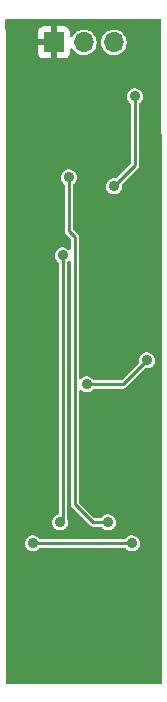
<source format=gbl>
G04 #@! TF.GenerationSoftware,KiCad,Pcbnew,6.0.11-2627ca5db0~126~ubuntu20.04.1*
G04 #@! TF.CreationDate,2023-03-12T13:39:05+01:00*
G04 #@! TF.ProjectId,analog-moist-sensor,616e616c-6f67-42d6-9d6f-6973742d7365,rev?*
G04 #@! TF.SameCoordinates,Original*
G04 #@! TF.FileFunction,Copper,L2,Bot*
G04 #@! TF.FilePolarity,Positive*
%FSLAX46Y46*%
G04 Gerber Fmt 4.6, Leading zero omitted, Abs format (unit mm)*
G04 Created by KiCad (PCBNEW 6.0.11-2627ca5db0~126~ubuntu20.04.1) date 2023-03-12 13:39:05*
%MOMM*%
%LPD*%
G01*
G04 APERTURE LIST*
G04 #@! TA.AperFunction,ComponentPad*
%ADD10R,1.700000X1.700000*%
G04 #@! TD*
G04 #@! TA.AperFunction,ComponentPad*
%ADD11O,1.700000X1.700000*%
G04 #@! TD*
G04 #@! TA.AperFunction,ViaPad*
%ADD12C,0.889000*%
G04 #@! TD*
G04 #@! TA.AperFunction,Conductor*
%ADD13C,0.254000*%
G04 #@! TD*
G04 APERTURE END LIST*
D10*
X104140000Y-30480000D03*
D11*
X106680000Y-30480000D03*
X109220000Y-30480000D03*
D12*
X108966000Y-60706000D03*
X108712000Y-64262000D03*
X102362000Y-72898000D03*
X106934000Y-59436000D03*
X110998000Y-35052000D03*
X112014000Y-57404000D03*
X109220000Y-42672000D03*
X110744000Y-72898000D03*
X104902000Y-48514000D03*
X104648000Y-71120000D03*
X108712000Y-71120000D03*
X105410000Y-41910000D03*
D13*
X108712000Y-64262000D02*
X108712000Y-60960000D01*
X108712000Y-60960000D02*
X108966000Y-60706000D01*
X109982000Y-59436000D02*
X112014000Y-57404000D01*
X110998000Y-40894000D02*
X110998000Y-35052000D01*
X106934000Y-59436000D02*
X109982000Y-59436000D01*
X102362000Y-72898000D02*
X110744000Y-72898000D01*
X109220000Y-42672000D02*
X110998000Y-40894000D01*
X104902000Y-48514000D02*
X104902000Y-70866000D01*
X104902000Y-70866000D02*
X104648000Y-71120000D01*
X105410000Y-46482000D02*
X105918000Y-46990000D01*
X105918000Y-69596000D02*
X107442000Y-71120000D01*
X105410000Y-41910000D02*
X105410000Y-46482000D01*
X107442000Y-71120000D02*
X108712000Y-71120000D01*
X105918000Y-46990000D02*
X105918000Y-69596000D01*
G04 #@! TA.AperFunction,Conductor*
G36*
X113198187Y-28474388D02*
G01*
X113244680Y-28528044D01*
X113256066Y-28580322D01*
X113265639Y-47839990D01*
X113283937Y-84654651D01*
X113263969Y-84722782D01*
X113210336Y-84769302D01*
X113157937Y-84780714D01*
X100201937Y-84780714D01*
X100133816Y-84760712D01*
X100087323Y-84707056D01*
X100075937Y-84654777D01*
X100070406Y-73525271D01*
X100070091Y-72890894D01*
X101683490Y-72890894D01*
X101701381Y-73052947D01*
X101703990Y-73060078D01*
X101703991Y-73060080D01*
X101711527Y-73080671D01*
X101757410Y-73206054D01*
X101848343Y-73341377D01*
X101853955Y-73346484D01*
X101853958Y-73346487D01*
X101963309Y-73445989D01*
X101963313Y-73445992D01*
X101968930Y-73451103D01*
X102112210Y-73528897D01*
X102119559Y-73530825D01*
X102262561Y-73568341D01*
X102262563Y-73568341D01*
X102269911Y-73570269D01*
X102355898Y-73571620D01*
X102425329Y-73572711D01*
X102425332Y-73572711D01*
X102432927Y-73572830D01*
X102440331Y-73571134D01*
X102440333Y-73571134D01*
X102512388Y-73554631D01*
X102591850Y-73536432D01*
X102737502Y-73463176D01*
X102861476Y-73357292D01*
X102869239Y-73346489D01*
X102897922Y-73306573D01*
X102953917Y-73262926D01*
X103000244Y-73254100D01*
X110104559Y-73254100D01*
X110172680Y-73274102D01*
X110209140Y-73309824D01*
X110230343Y-73341377D01*
X110235959Y-73346487D01*
X110235961Y-73346489D01*
X110345309Y-73445989D01*
X110345313Y-73445992D01*
X110350930Y-73451103D01*
X110494210Y-73528897D01*
X110501559Y-73530825D01*
X110644561Y-73568341D01*
X110644563Y-73568341D01*
X110651911Y-73570269D01*
X110737898Y-73571620D01*
X110807329Y-73572711D01*
X110807332Y-73572711D01*
X110814927Y-73572830D01*
X110822331Y-73571134D01*
X110822333Y-73571134D01*
X110894388Y-73554631D01*
X110973850Y-73536432D01*
X111119502Y-73463176D01*
X111169331Y-73420618D01*
X111237700Y-73362226D01*
X111237704Y-73362222D01*
X111243476Y-73357292D01*
X111338615Y-73224893D01*
X111399426Y-73073621D01*
X111422398Y-72912210D01*
X111422547Y-72898000D01*
X111402960Y-72736144D01*
X111345331Y-72583632D01*
X111336740Y-72571132D01*
X111257288Y-72455528D01*
X111257287Y-72455526D01*
X111252986Y-72449269D01*
X111131256Y-72340812D01*
X111124550Y-72337261D01*
X111124548Y-72337260D01*
X110993880Y-72268075D01*
X110993878Y-72268074D01*
X110987169Y-72264522D01*
X110936128Y-72251701D01*
X110836415Y-72226655D01*
X110836411Y-72226655D01*
X110829044Y-72224804D01*
X110821445Y-72224764D01*
X110821443Y-72224764D01*
X110754200Y-72224412D01*
X110666010Y-72223950D01*
X110658630Y-72225722D01*
X110658628Y-72225722D01*
X110514856Y-72260238D01*
X110514852Y-72260239D01*
X110507477Y-72262010D01*
X110362600Y-72336787D01*
X110239741Y-72443963D01*
X110209307Y-72487267D01*
X110208545Y-72488351D01*
X110153010Y-72532583D01*
X110105458Y-72541900D01*
X103000941Y-72541900D01*
X102932820Y-72521898D01*
X102897101Y-72487267D01*
X102875288Y-72455528D01*
X102875286Y-72455526D01*
X102870986Y-72449269D01*
X102749256Y-72340812D01*
X102742550Y-72337261D01*
X102742548Y-72337260D01*
X102611880Y-72268075D01*
X102611878Y-72268074D01*
X102605169Y-72264522D01*
X102554128Y-72251701D01*
X102454415Y-72226655D01*
X102454411Y-72226655D01*
X102447044Y-72224804D01*
X102439445Y-72224764D01*
X102439443Y-72224764D01*
X102372200Y-72224412D01*
X102284010Y-72223950D01*
X102276630Y-72225722D01*
X102276628Y-72225722D01*
X102132856Y-72260238D01*
X102132852Y-72260239D01*
X102125477Y-72262010D01*
X101980600Y-72336787D01*
X101857741Y-72443963D01*
X101853371Y-72450181D01*
X101802968Y-72521898D01*
X101763994Y-72577352D01*
X101704771Y-72729252D01*
X101683490Y-72890894D01*
X100070091Y-72890894D01*
X100069207Y-71112894D01*
X103969490Y-71112894D01*
X103987381Y-71274947D01*
X103989990Y-71282078D01*
X103989991Y-71282080D01*
X104034291Y-71403134D01*
X104043410Y-71428054D01*
X104047646Y-71434357D01*
X104047646Y-71434358D01*
X104050909Y-71439214D01*
X104134343Y-71563377D01*
X104139955Y-71568484D01*
X104139958Y-71568487D01*
X104249309Y-71667989D01*
X104249313Y-71667992D01*
X104254930Y-71673103D01*
X104398210Y-71750897D01*
X104405559Y-71752825D01*
X104548561Y-71790341D01*
X104548563Y-71790341D01*
X104555911Y-71792269D01*
X104641898Y-71793620D01*
X104711329Y-71794711D01*
X104711332Y-71794711D01*
X104718927Y-71794830D01*
X104726331Y-71793134D01*
X104726333Y-71793134D01*
X104798389Y-71776631D01*
X104877850Y-71758432D01*
X105023502Y-71685176D01*
X105073331Y-71642618D01*
X105141700Y-71584226D01*
X105141704Y-71584222D01*
X105147476Y-71579292D01*
X105242615Y-71446893D01*
X105303426Y-71295621D01*
X105326398Y-71134210D01*
X105326547Y-71120000D01*
X105306960Y-70958144D01*
X105266234Y-70850365D01*
X105258100Y-70805827D01*
X105258100Y-49153834D01*
X105278102Y-49085713D01*
X105302269Y-49058023D01*
X105320761Y-49042229D01*
X105354070Y-49013780D01*
X105418858Y-48984750D01*
X105489058Y-48995355D01*
X105542381Y-49042229D01*
X105561900Y-49109592D01*
X105561900Y-69544572D01*
X105559766Y-69564621D01*
X105559568Y-69568811D01*
X105557376Y-69578993D01*
X105558600Y-69589334D01*
X105561027Y-69609840D01*
X105561344Y-69615215D01*
X105561472Y-69615204D01*
X105561900Y-69620382D01*
X105561900Y-69625584D01*
X105562754Y-69630714D01*
X105564839Y-69643243D01*
X105565674Y-69649115D01*
X105570084Y-69686374D01*
X105570086Y-69686381D01*
X105571310Y-69696722D01*
X105575030Y-69704468D01*
X105576440Y-69712942D01*
X105597270Y-69751548D01*
X105599192Y-69755109D01*
X105601885Y-69760396D01*
X105619195Y-69796442D01*
X105619197Y-69796445D01*
X105622628Y-69803590D01*
X105625999Y-69807600D01*
X105627937Y-69809538D01*
X105629452Y-69811189D01*
X105629673Y-69811599D01*
X105629631Y-69811637D01*
X105629792Y-69811820D01*
X105632735Y-69817274D01*
X105640382Y-69824342D01*
X105640382Y-69824343D01*
X105669795Y-69851532D01*
X105673361Y-69854962D01*
X107153832Y-71335433D01*
X107166509Y-71351129D01*
X107169326Y-71354225D01*
X107174975Y-71362974D01*
X107183153Y-71369421D01*
X107199372Y-71382207D01*
X107203396Y-71385783D01*
X107203479Y-71385685D01*
X107207443Y-71389044D01*
X107211118Y-71392719D01*
X107225737Y-71403167D01*
X107230408Y-71406674D01*
X107268075Y-71436368D01*
X107276181Y-71439214D01*
X107283171Y-71444210D01*
X107312777Y-71453064D01*
X107329071Y-71457937D01*
X107334715Y-71459771D01*
X107372447Y-71473021D01*
X107372450Y-71473022D01*
X107379929Y-71475648D01*
X107385148Y-71476100D01*
X107387859Y-71476100D01*
X107390135Y-71476198D01*
X107390585Y-71476333D01*
X107390583Y-71476387D01*
X107390814Y-71476402D01*
X107396751Y-71478177D01*
X107447149Y-71476197D01*
X107452095Y-71476100D01*
X108072559Y-71476100D01*
X108140680Y-71496102D01*
X108177140Y-71531824D01*
X108198343Y-71563377D01*
X108203959Y-71568487D01*
X108203961Y-71568489D01*
X108313309Y-71667989D01*
X108313313Y-71667992D01*
X108318930Y-71673103D01*
X108462210Y-71750897D01*
X108469559Y-71752825D01*
X108612561Y-71790341D01*
X108612563Y-71790341D01*
X108619911Y-71792269D01*
X108705898Y-71793620D01*
X108775329Y-71794711D01*
X108775332Y-71794711D01*
X108782927Y-71794830D01*
X108790331Y-71793134D01*
X108790333Y-71793134D01*
X108862389Y-71776631D01*
X108941850Y-71758432D01*
X109087502Y-71685176D01*
X109137331Y-71642618D01*
X109205700Y-71584226D01*
X109205704Y-71584222D01*
X109211476Y-71579292D01*
X109306615Y-71446893D01*
X109367426Y-71295621D01*
X109390398Y-71134210D01*
X109390547Y-71120000D01*
X109370960Y-70958144D01*
X109313331Y-70805632D01*
X109304740Y-70793132D01*
X109225288Y-70677528D01*
X109225287Y-70677526D01*
X109220986Y-70671269D01*
X109099256Y-70562812D01*
X109092550Y-70559261D01*
X109092548Y-70559260D01*
X108961880Y-70490075D01*
X108961878Y-70490074D01*
X108955169Y-70486522D01*
X108877532Y-70467021D01*
X108804415Y-70448655D01*
X108804411Y-70448655D01*
X108797044Y-70446804D01*
X108789445Y-70446764D01*
X108789443Y-70446764D01*
X108722200Y-70446412D01*
X108634010Y-70445950D01*
X108626630Y-70447722D01*
X108626628Y-70447722D01*
X108482856Y-70482238D01*
X108482852Y-70482239D01*
X108475477Y-70484010D01*
X108330600Y-70558787D01*
X108207741Y-70665963D01*
X108176545Y-70710351D01*
X108121010Y-70754583D01*
X108073458Y-70763900D01*
X107641692Y-70763900D01*
X107573571Y-70743898D01*
X107552597Y-70726995D01*
X106311005Y-69485403D01*
X106276979Y-69423091D01*
X106274100Y-69396308D01*
X106274100Y-60031312D01*
X106294102Y-59963191D01*
X106347758Y-59916698D01*
X106418032Y-59906594D01*
X106484899Y-59938118D01*
X106540930Y-59989103D01*
X106684210Y-60066897D01*
X106691559Y-60068825D01*
X106834561Y-60106341D01*
X106834563Y-60106341D01*
X106841911Y-60108269D01*
X106927898Y-60109620D01*
X106997329Y-60110711D01*
X106997332Y-60110711D01*
X107004927Y-60110830D01*
X107012331Y-60109134D01*
X107012333Y-60109134D01*
X107084388Y-60092631D01*
X107163850Y-60074432D01*
X107309502Y-60001176D01*
X107433476Y-59895292D01*
X107444912Y-59879377D01*
X107469922Y-59844573D01*
X107525917Y-59800926D01*
X107572244Y-59792100D01*
X109930572Y-59792100D01*
X109950621Y-59794234D01*
X109954811Y-59794432D01*
X109964993Y-59796624D01*
X109995840Y-59792973D01*
X110001215Y-59792656D01*
X110001204Y-59792528D01*
X110006382Y-59792100D01*
X110011584Y-59792100D01*
X110022919Y-59790213D01*
X110029243Y-59789161D01*
X110035115Y-59788326D01*
X110072374Y-59783916D01*
X110072381Y-59783914D01*
X110082722Y-59782690D01*
X110090468Y-59778970D01*
X110098942Y-59777560D01*
X110141109Y-59754808D01*
X110146396Y-59752115D01*
X110182442Y-59734805D01*
X110182445Y-59734803D01*
X110189590Y-59731372D01*
X110193600Y-59728001D01*
X110195538Y-59726063D01*
X110197189Y-59724548D01*
X110197599Y-59724327D01*
X110197637Y-59724369D01*
X110197820Y-59724208D01*
X110203274Y-59721265D01*
X110237532Y-59684205D01*
X110240961Y-59680640D01*
X111811141Y-58110461D01*
X111873453Y-58076435D01*
X111916182Y-58074766D01*
X111921911Y-58076269D01*
X111998323Y-58077469D01*
X112077329Y-58078711D01*
X112077332Y-58078711D01*
X112084927Y-58078830D01*
X112092331Y-58077134D01*
X112092333Y-58077134D01*
X112165598Y-58060354D01*
X112243850Y-58042432D01*
X112389502Y-57969176D01*
X112439331Y-57926618D01*
X112507700Y-57868226D01*
X112507704Y-57868222D01*
X112513476Y-57863292D01*
X112608615Y-57730893D01*
X112669426Y-57579621D01*
X112692398Y-57418210D01*
X112692547Y-57404000D01*
X112672960Y-57242144D01*
X112615331Y-57089632D01*
X112522986Y-56955269D01*
X112401256Y-56846812D01*
X112394550Y-56843261D01*
X112394548Y-56843260D01*
X112263880Y-56774075D01*
X112263878Y-56774074D01*
X112257169Y-56770522D01*
X112206128Y-56757701D01*
X112106415Y-56732655D01*
X112106411Y-56732655D01*
X112099044Y-56730804D01*
X112091445Y-56730764D01*
X112091443Y-56730764D01*
X112024200Y-56730412D01*
X111936010Y-56729950D01*
X111928630Y-56731722D01*
X111928628Y-56731722D01*
X111784856Y-56766238D01*
X111784852Y-56766239D01*
X111777477Y-56768010D01*
X111632600Y-56842787D01*
X111509741Y-56949963D01*
X111415994Y-57083352D01*
X111356771Y-57235252D01*
X111335490Y-57396894D01*
X111338294Y-57422293D01*
X111346947Y-57500674D01*
X111334541Y-57570578D01*
X111310803Y-57603595D01*
X109871403Y-59042995D01*
X109809091Y-59077021D01*
X109782308Y-59079900D01*
X107572941Y-59079900D01*
X107504820Y-59059898D01*
X107469101Y-59025267D01*
X107447288Y-58993528D01*
X107447286Y-58993526D01*
X107442986Y-58987269D01*
X107384955Y-58935565D01*
X107326923Y-58883861D01*
X107321256Y-58878812D01*
X107314550Y-58875261D01*
X107314548Y-58875260D01*
X107183880Y-58806075D01*
X107183878Y-58806074D01*
X107177169Y-58802522D01*
X107126128Y-58789701D01*
X107026415Y-58764655D01*
X107026411Y-58764655D01*
X107019044Y-58762804D01*
X107011445Y-58762764D01*
X107011443Y-58762764D01*
X106944200Y-58762412D01*
X106856010Y-58761950D01*
X106848630Y-58763722D01*
X106848628Y-58763722D01*
X106704856Y-58798238D01*
X106704852Y-58798239D01*
X106697477Y-58800010D01*
X106552600Y-58874787D01*
X106482928Y-58935566D01*
X106418446Y-58965272D01*
X106348139Y-58955402D01*
X106294329Y-58909088D01*
X106274100Y-58840615D01*
X106274100Y-47041422D01*
X106276232Y-47021389D01*
X106276430Y-47017191D01*
X106278623Y-47007006D01*
X106274973Y-46976167D01*
X106274656Y-46970785D01*
X106274528Y-46970796D01*
X106274100Y-46965618D01*
X106274100Y-46960416D01*
X106271158Y-46942739D01*
X106270323Y-46936867D01*
X106265915Y-46899625D01*
X106265913Y-46899618D01*
X106264689Y-46889277D01*
X106260971Y-46881534D01*
X106259560Y-46873058D01*
X106236798Y-46830874D01*
X106234117Y-46825611D01*
X106216804Y-46789556D01*
X106216803Y-46789555D01*
X106213372Y-46782409D01*
X106210001Y-46778399D01*
X106208062Y-46776460D01*
X106206547Y-46774808D01*
X106206327Y-46774400D01*
X106206368Y-46774362D01*
X106206208Y-46774181D01*
X106203265Y-46768726D01*
X106166218Y-46734481D01*
X106162653Y-46731051D01*
X105803005Y-46371403D01*
X105768979Y-46309091D01*
X105766100Y-46282308D01*
X105766100Y-42664894D01*
X108541490Y-42664894D01*
X108559381Y-42826947D01*
X108561990Y-42834078D01*
X108561991Y-42834080D01*
X108569527Y-42854671D01*
X108615410Y-42980054D01*
X108706343Y-43115377D01*
X108711955Y-43120484D01*
X108711958Y-43120487D01*
X108821309Y-43219989D01*
X108821313Y-43219992D01*
X108826930Y-43225103D01*
X108970210Y-43302897D01*
X108977559Y-43304825D01*
X109120561Y-43342341D01*
X109120563Y-43342341D01*
X109127911Y-43344269D01*
X109213898Y-43345620D01*
X109283329Y-43346711D01*
X109283332Y-43346711D01*
X109290927Y-43346830D01*
X109298331Y-43345134D01*
X109298333Y-43345134D01*
X109370389Y-43328631D01*
X109449850Y-43310432D01*
X109595502Y-43237176D01*
X109645331Y-43194618D01*
X109713700Y-43136226D01*
X109713704Y-43136222D01*
X109719476Y-43131292D01*
X109814615Y-42998893D01*
X109875426Y-42847621D01*
X109898398Y-42686210D01*
X109898547Y-42672000D01*
X109887028Y-42576814D01*
X109898701Y-42506783D01*
X109923020Y-42472581D01*
X111213433Y-41182168D01*
X111229129Y-41169491D01*
X111232225Y-41166674D01*
X111240974Y-41161025D01*
X111260207Y-41136628D01*
X111263785Y-41132601D01*
X111263687Y-41132518D01*
X111267042Y-41128559D01*
X111270720Y-41124881D01*
X111273739Y-41120657D01*
X111273747Y-41120647D01*
X111281136Y-41110306D01*
X111284701Y-41105557D01*
X111307919Y-41076105D01*
X111314368Y-41067925D01*
X111317214Y-41059820D01*
X111322210Y-41052829D01*
X111335934Y-41006938D01*
X111337768Y-41001293D01*
X111351021Y-40963553D01*
X111351022Y-40963550D01*
X111353648Y-40956071D01*
X111354100Y-40950852D01*
X111354100Y-40948141D01*
X111354198Y-40945864D01*
X111354333Y-40945415D01*
X111354387Y-40945417D01*
X111354402Y-40945184D01*
X111356177Y-40939248D01*
X111354197Y-40888850D01*
X111354100Y-40883904D01*
X111354100Y-35691834D01*
X111374102Y-35623713D01*
X111398269Y-35596023D01*
X111491699Y-35516226D01*
X111497476Y-35511292D01*
X111592615Y-35378893D01*
X111653426Y-35227621D01*
X111676398Y-35066210D01*
X111676547Y-35052000D01*
X111656960Y-34890144D01*
X111599331Y-34737632D01*
X111506986Y-34603269D01*
X111385256Y-34494812D01*
X111378550Y-34491261D01*
X111378548Y-34491260D01*
X111247880Y-34422075D01*
X111247878Y-34422074D01*
X111241169Y-34418522D01*
X111190128Y-34405701D01*
X111090415Y-34380655D01*
X111090411Y-34380655D01*
X111083044Y-34378804D01*
X111075445Y-34378764D01*
X111075443Y-34378764D01*
X111008200Y-34378412D01*
X110920010Y-34377950D01*
X110912630Y-34379722D01*
X110912628Y-34379722D01*
X110768856Y-34414238D01*
X110768852Y-34414239D01*
X110761477Y-34416010D01*
X110616600Y-34490787D01*
X110493741Y-34597963D01*
X110399994Y-34731352D01*
X110340771Y-34883252D01*
X110319490Y-35044894D01*
X110337381Y-35206947D01*
X110339990Y-35214078D01*
X110339991Y-35214080D01*
X110347527Y-35234671D01*
X110393410Y-35360054D01*
X110484343Y-35495377D01*
X110489955Y-35500484D01*
X110489958Y-35500487D01*
X110600700Y-35601254D01*
X110637622Y-35661894D01*
X110641900Y-35694447D01*
X110641900Y-40694309D01*
X110621898Y-40762430D01*
X110604995Y-40783404D01*
X109422942Y-41965456D01*
X109360630Y-41999482D01*
X109318056Y-42001368D01*
X109312414Y-42000655D01*
X109305044Y-41998804D01*
X109297445Y-41998764D01*
X109297443Y-41998764D01*
X109230200Y-41998412D01*
X109142010Y-41997950D01*
X109134630Y-41999722D01*
X109134628Y-41999722D01*
X108990856Y-42034238D01*
X108990852Y-42034239D01*
X108983477Y-42036010D01*
X108838600Y-42110787D01*
X108715741Y-42217963D01*
X108621994Y-42351352D01*
X108619232Y-42358435D01*
X108619232Y-42358436D01*
X108571169Y-42481713D01*
X108562771Y-42503252D01*
X108541490Y-42664894D01*
X105766100Y-42664894D01*
X105766100Y-42549834D01*
X105786102Y-42481713D01*
X105810269Y-42454023D01*
X105903699Y-42374226D01*
X105909476Y-42369292D01*
X106004615Y-42236893D01*
X106055309Y-42110787D01*
X106062592Y-42092671D01*
X106062592Y-42092670D01*
X106065426Y-42085621D01*
X106088398Y-41924210D01*
X106088547Y-41910000D01*
X106068960Y-41748144D01*
X106011331Y-41595632D01*
X105918986Y-41461269D01*
X105797256Y-41352812D01*
X105790550Y-41349261D01*
X105790548Y-41349260D01*
X105659880Y-41280075D01*
X105659878Y-41280074D01*
X105653169Y-41276522D01*
X105602128Y-41263701D01*
X105502415Y-41238655D01*
X105502411Y-41238655D01*
X105495044Y-41236804D01*
X105487445Y-41236764D01*
X105487443Y-41236764D01*
X105420200Y-41236412D01*
X105332010Y-41235950D01*
X105324630Y-41237722D01*
X105324628Y-41237722D01*
X105180856Y-41272238D01*
X105180852Y-41272239D01*
X105173477Y-41274010D01*
X105028600Y-41348787D01*
X104905741Y-41455963D01*
X104811994Y-41589352D01*
X104752771Y-41741252D01*
X104731490Y-41902894D01*
X104734294Y-41928293D01*
X104746571Y-42039491D01*
X104749381Y-42064947D01*
X104751990Y-42072078D01*
X104751991Y-42072080D01*
X104759527Y-42092671D01*
X104805410Y-42218054D01*
X104896343Y-42353377D01*
X104901955Y-42358484D01*
X104901958Y-42358487D01*
X105012700Y-42459254D01*
X105049622Y-42519894D01*
X105053900Y-42552447D01*
X105053900Y-46430572D01*
X105051766Y-46450621D01*
X105051568Y-46454811D01*
X105049376Y-46464993D01*
X105050600Y-46475334D01*
X105053027Y-46495840D01*
X105053344Y-46501215D01*
X105053472Y-46501204D01*
X105053900Y-46506382D01*
X105053900Y-46511584D01*
X105054754Y-46516714D01*
X105056839Y-46529243D01*
X105057674Y-46535115D01*
X105062084Y-46572374D01*
X105062086Y-46572381D01*
X105063310Y-46582722D01*
X105067030Y-46590468D01*
X105068440Y-46598942D01*
X105089270Y-46637548D01*
X105091192Y-46641109D01*
X105093885Y-46646396D01*
X105111195Y-46682442D01*
X105111197Y-46682445D01*
X105114628Y-46689590D01*
X105117999Y-46693600D01*
X105119937Y-46695538D01*
X105121452Y-46697189D01*
X105121673Y-46697599D01*
X105121631Y-46697637D01*
X105121792Y-46697820D01*
X105124735Y-46703274D01*
X105132382Y-46710342D01*
X105132382Y-46710343D01*
X105161795Y-46737532D01*
X105165361Y-46740962D01*
X105524995Y-47100596D01*
X105559021Y-47162908D01*
X105561900Y-47189691D01*
X105561900Y-47918710D01*
X105541898Y-47986831D01*
X105488242Y-48033324D01*
X105417968Y-48043428D01*
X105352081Y-48012786D01*
X105294928Y-47961864D01*
X105294920Y-47961859D01*
X105289256Y-47956812D01*
X105282550Y-47953261D01*
X105282548Y-47953260D01*
X105151880Y-47884075D01*
X105151878Y-47884074D01*
X105145169Y-47880522D01*
X105094128Y-47867701D01*
X104994415Y-47842655D01*
X104994411Y-47842655D01*
X104987044Y-47840804D01*
X104979445Y-47840764D01*
X104979443Y-47840764D01*
X104912200Y-47840412D01*
X104824010Y-47839950D01*
X104816630Y-47841722D01*
X104816628Y-47841722D01*
X104672856Y-47876238D01*
X104672852Y-47876239D01*
X104665477Y-47878010D01*
X104520600Y-47952787D01*
X104514878Y-47957779D01*
X104514876Y-47957780D01*
X104403468Y-48054967D01*
X104397741Y-48059963D01*
X104303994Y-48193352D01*
X104244771Y-48345252D01*
X104223490Y-48506894D01*
X104224324Y-48514444D01*
X104240193Y-48658185D01*
X104241381Y-48668947D01*
X104243990Y-48676078D01*
X104243991Y-48676080D01*
X104248947Y-48689621D01*
X104297410Y-48822054D01*
X104388343Y-48957377D01*
X104393955Y-48962484D01*
X104393958Y-48962487D01*
X104504700Y-49063254D01*
X104541622Y-49123894D01*
X104545900Y-49156447D01*
X104545900Y-70352407D01*
X104525898Y-70420528D01*
X104472242Y-70467021D01*
X104449316Y-70474926D01*
X104411477Y-70484010D01*
X104266600Y-70558787D01*
X104143741Y-70665963D01*
X104139371Y-70672181D01*
X104088968Y-70743898D01*
X104049994Y-70799352D01*
X104047232Y-70806435D01*
X104047232Y-70806436D01*
X104038498Y-70828839D01*
X103990771Y-70951252D01*
X103969490Y-71112894D01*
X100069207Y-71112894D01*
X100054914Y-42358436D01*
X100049455Y-31374669D01*
X102782001Y-31374669D01*
X102782371Y-31381490D01*
X102787895Y-31432352D01*
X102791521Y-31447604D01*
X102836676Y-31568054D01*
X102845214Y-31583649D01*
X102921715Y-31685724D01*
X102934276Y-31698285D01*
X103036351Y-31774786D01*
X103051946Y-31783324D01*
X103172394Y-31828478D01*
X103187649Y-31832105D01*
X103238514Y-31837631D01*
X103245328Y-31838000D01*
X103867885Y-31838000D01*
X103883124Y-31833525D01*
X103884329Y-31832135D01*
X103886000Y-31824452D01*
X103886000Y-31819884D01*
X104394000Y-31819884D01*
X104398475Y-31835123D01*
X104399865Y-31836328D01*
X104407548Y-31837999D01*
X105034669Y-31837999D01*
X105041490Y-31837629D01*
X105092352Y-31832105D01*
X105107604Y-31828479D01*
X105228054Y-31783324D01*
X105243649Y-31774786D01*
X105345724Y-31698285D01*
X105358285Y-31685724D01*
X105434786Y-31583649D01*
X105443324Y-31568054D01*
X105488478Y-31447606D01*
X105492105Y-31432351D01*
X105497631Y-31381486D01*
X105498000Y-31374672D01*
X105498000Y-31068013D01*
X105518002Y-30999892D01*
X105571658Y-30953399D01*
X105641932Y-30943295D01*
X105706512Y-30972789D01*
X105735828Y-31011804D01*
X105736161Y-31011612D01*
X105737747Y-31014359D01*
X105738426Y-31015263D01*
X105741468Y-31021861D01*
X105855931Y-31183822D01*
X105997991Y-31322211D01*
X106002787Y-31325416D01*
X106002790Y-31325418D01*
X106133431Y-31412709D01*
X106162892Y-31432394D01*
X106168195Y-31434672D01*
X106168198Y-31434674D01*
X106254809Y-31471885D01*
X106345111Y-31510682D01*
X106416905Y-31526927D01*
X106532909Y-31553177D01*
X106532915Y-31553178D01*
X106538546Y-31554452D01*
X106544317Y-31554679D01*
X106544319Y-31554679D01*
X106605159Y-31557069D01*
X106736718Y-31562238D01*
X106851960Y-31545529D01*
X106927268Y-31534610D01*
X106927272Y-31534609D01*
X106932990Y-31533780D01*
X106938462Y-31531922D01*
X106938464Y-31531922D01*
X107115326Y-31471885D01*
X107115328Y-31471884D01*
X107120790Y-31470030D01*
X107293827Y-31373125D01*
X107446308Y-31246308D01*
X107573125Y-31093827D01*
X107670030Y-30920790D01*
X107696860Y-30841754D01*
X107731922Y-30738464D01*
X107731922Y-30738462D01*
X107733780Y-30732990D01*
X107762238Y-30536718D01*
X107763723Y-30480000D01*
X107761116Y-30451631D01*
X108136648Y-30451631D01*
X108149619Y-30649532D01*
X108151040Y-30655128D01*
X108151041Y-30655133D01*
X108171496Y-30735671D01*
X108198438Y-30841754D01*
X108281468Y-31021861D01*
X108395931Y-31183822D01*
X108537991Y-31322211D01*
X108542787Y-31325416D01*
X108542790Y-31325418D01*
X108673431Y-31412709D01*
X108702892Y-31432394D01*
X108708195Y-31434672D01*
X108708198Y-31434674D01*
X108794809Y-31471885D01*
X108885111Y-31510682D01*
X108956905Y-31526927D01*
X109072909Y-31553177D01*
X109072915Y-31553178D01*
X109078546Y-31554452D01*
X109084317Y-31554679D01*
X109084319Y-31554679D01*
X109145159Y-31557069D01*
X109276718Y-31562238D01*
X109391960Y-31545529D01*
X109467268Y-31534610D01*
X109467272Y-31534609D01*
X109472990Y-31533780D01*
X109478462Y-31531922D01*
X109478464Y-31531922D01*
X109655326Y-31471885D01*
X109655328Y-31471884D01*
X109660790Y-31470030D01*
X109833827Y-31373125D01*
X109986308Y-31246308D01*
X110113125Y-31093827D01*
X110210030Y-30920790D01*
X110236860Y-30841754D01*
X110271922Y-30738464D01*
X110271922Y-30738462D01*
X110273780Y-30732990D01*
X110302238Y-30536718D01*
X110303723Y-30480000D01*
X110285576Y-30282507D01*
X110268378Y-30221525D01*
X110233312Y-30097192D01*
X110231743Y-30091628D01*
X110144026Y-29913756D01*
X110025363Y-29754848D01*
X109879729Y-29620225D01*
X109712000Y-29514396D01*
X109527794Y-29440905D01*
X109522134Y-29439779D01*
X109522130Y-29439778D01*
X109338947Y-29403341D01*
X109338945Y-29403341D01*
X109333280Y-29402214D01*
X109327505Y-29402138D01*
X109327501Y-29402138D01*
X109228553Y-29400843D01*
X109134972Y-29399618D01*
X109129275Y-29400597D01*
X109129274Y-29400597D01*
X109120306Y-29402138D01*
X108939512Y-29433204D01*
X108753445Y-29501848D01*
X108748484Y-29504800D01*
X108748483Y-29504800D01*
X108710078Y-29527649D01*
X108583004Y-29603250D01*
X108433895Y-29734014D01*
X108430328Y-29738539D01*
X108430323Y-29738544D01*
X108314687Y-29885228D01*
X108311113Y-29889762D01*
X108218771Y-30065277D01*
X108217059Y-30070791D01*
X108217058Y-30070793D01*
X108168865Y-30226000D01*
X108159959Y-30254681D01*
X108136648Y-30451631D01*
X107761116Y-30451631D01*
X107745576Y-30282507D01*
X107728378Y-30221525D01*
X107693312Y-30097192D01*
X107691743Y-30091628D01*
X107604026Y-29913756D01*
X107485363Y-29754848D01*
X107339729Y-29620225D01*
X107172000Y-29514396D01*
X106987794Y-29440905D01*
X106982134Y-29439779D01*
X106982130Y-29439778D01*
X106798947Y-29403341D01*
X106798945Y-29403341D01*
X106793280Y-29402214D01*
X106787505Y-29402138D01*
X106787501Y-29402138D01*
X106688553Y-29400843D01*
X106594972Y-29399618D01*
X106589275Y-29400597D01*
X106589274Y-29400597D01*
X106580306Y-29402138D01*
X106399512Y-29433204D01*
X106213445Y-29501848D01*
X106208484Y-29504800D01*
X106208483Y-29504800D01*
X106170078Y-29527649D01*
X106043004Y-29603250D01*
X105893895Y-29734014D01*
X105890328Y-29738539D01*
X105890323Y-29738544D01*
X105774687Y-29885228D01*
X105771113Y-29889762D01*
X105768425Y-29894871D01*
X105768420Y-29894879D01*
X105735507Y-29957436D01*
X105686088Y-30008409D01*
X105616956Y-30024572D01*
X105550059Y-30000793D01*
X105506639Y-29944622D01*
X105497999Y-29898769D01*
X105497999Y-29585331D01*
X105497629Y-29578510D01*
X105492105Y-29527648D01*
X105488479Y-29512396D01*
X105443324Y-29391946D01*
X105434786Y-29376351D01*
X105358285Y-29274276D01*
X105345724Y-29261715D01*
X105243649Y-29185214D01*
X105228054Y-29176676D01*
X105107606Y-29131522D01*
X105092351Y-29127895D01*
X105041486Y-29122369D01*
X105034672Y-29122000D01*
X104412115Y-29122000D01*
X104396876Y-29126475D01*
X104395671Y-29127865D01*
X104394000Y-29135548D01*
X104394000Y-31819884D01*
X103886000Y-31819884D01*
X103886000Y-30752115D01*
X103881525Y-30736876D01*
X103880135Y-30735671D01*
X103872452Y-30734000D01*
X102800116Y-30734000D01*
X102784877Y-30738475D01*
X102783672Y-30739865D01*
X102782001Y-30747548D01*
X102782001Y-31374669D01*
X100049455Y-31374669D01*
X100048875Y-30207885D01*
X102782000Y-30207885D01*
X102786475Y-30223124D01*
X102787865Y-30224329D01*
X102795548Y-30226000D01*
X103867885Y-30226000D01*
X103883124Y-30221525D01*
X103884329Y-30220135D01*
X103886000Y-30212452D01*
X103886000Y-29140116D01*
X103881525Y-29124877D01*
X103880135Y-29123672D01*
X103872452Y-29122001D01*
X103245331Y-29122001D01*
X103238510Y-29122371D01*
X103187648Y-29127895D01*
X103172396Y-29131521D01*
X103051946Y-29176676D01*
X103036351Y-29185214D01*
X102934276Y-29261715D01*
X102921715Y-29274276D01*
X102845214Y-29376351D01*
X102836676Y-29391946D01*
X102791522Y-29512394D01*
X102787895Y-29527649D01*
X102782369Y-29578514D01*
X102782000Y-29585328D01*
X102782000Y-30207885D01*
X100048875Y-30207885D01*
X100048066Y-28580449D01*
X100068034Y-28512318D01*
X100121667Y-28465798D01*
X100174066Y-28454386D01*
X113130066Y-28454386D01*
X113198187Y-28474388D01*
G37*
G04 #@! TD.AperFunction*
M02*

</source>
